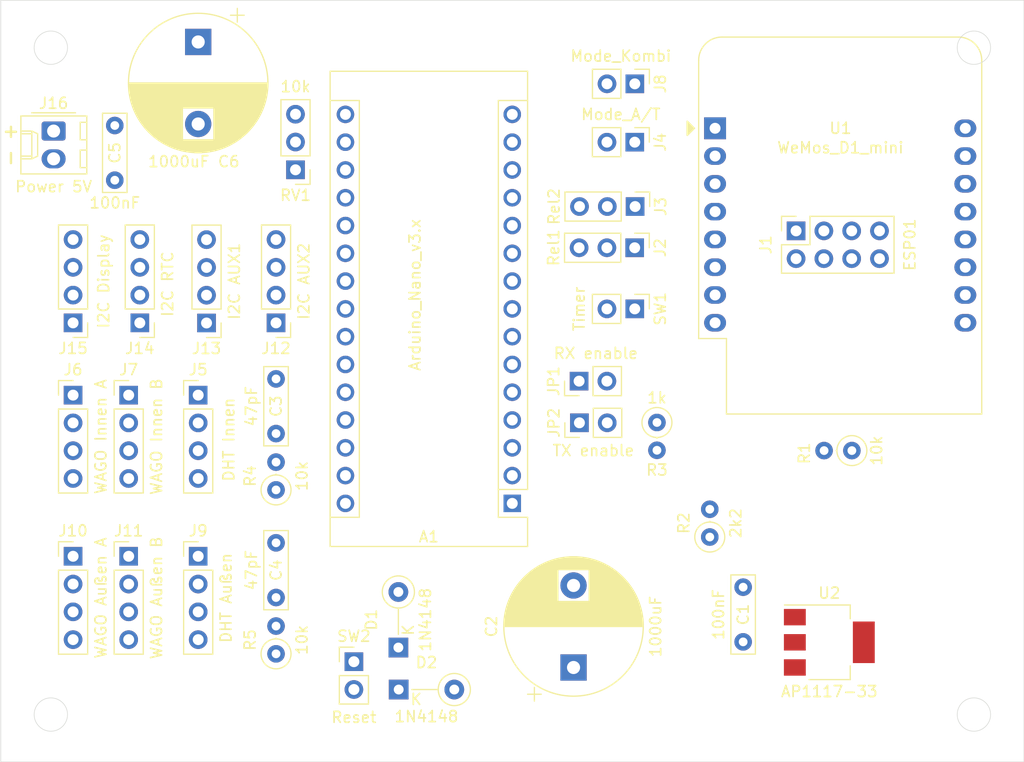
<source format=kicad_pcb>
(kicad_pcb (version 20211014) (generator pcbnew)
  (layers (0 "F.Cu" signal) (31 "B.Cu" signal) (34 "B.Paste" user) (35 "F.Paste" user) (36 "B.SilkS" user "B.Silkscreen") (37 "F.SilkS" user "F.Silkscreen") (38 "B.Mask" user) (39 "F.Mask" user) (44 "Edge.Cuts" user))
  (net 0 "")
  (net 1 "Net-(D1-Pad1)")
  (net 2 "Net-(A1-Pad1)")
  (net 3 "Net-(J1-Pad1)")
  (net 4 "Net-(A1-Pad2)")
  (net 6 "Net-(A1-Pad5)")
  (net 8 "Net-(A1-Pad7)")
  (net 9 "Net-(A1-Pad8)")
  (net 10 "Net-(A1-Pad9)")
  (net 11 "Net-(A1-Pad10)")
  (net 12 "Net-(A1-Pad11)")
  (net 20 "Net-(A1-Pad20)")
  (net 23 "Net-(A1-Pad23)")
  (net 24 "Net-(A1-Pad24)")
  (net 27 "Net-(A1-Pad27)")
  (net 28 "Net-(A1-Pad28)")
  (net 30 "Net-(C1-Pad2)")
  (net 31 "Net-(C2-Pad1)")
  (net 32 "Net-(C3-Pad2)")
  (net 33 "Net-(C4-Pad2)")
  (net 34 "Net-(D2-Pad2)")
  (net 37 "Net-(JP2-Pad2)")
  (net 49 "Net-(J8-Pad2)")
  (net 50 "Net-(J1-Pad2)")
  (net 51 "Net-(J1-Pad4)")
  (net 52 "Net-(R2-Pad2)")
  (footprint "Module:Arduino_Nano" (layer "F.Cu") (at 76.952 65.024 180)
    (fp_text reference "A1" (at 7.62 -3.048) (layer "F.SilkS"))
    (fp_text value "Arduino_Nano_v3.x" (at 8.89 19.05 90) (layer "F.SilkS"))
    (pad "1" thru_hole rect (at 0 0 180) (size 1.6 1.6) (drill 1) (layers *.Cu *.Mask) (net 2 "Net-(A1-Pad1)"))
    (pad "2" thru_hole oval (at 0 2.54 180) (size 1.6 1.6) (drill 1) (layers *.Cu *.Mask) (net 4 "Net-(A1-Pad2)"))
    (pad "3" thru_hole oval (at 0 5.08 180) (size 1.6 1.6) (drill 1) (layers *.Cu *.Mask))
    (pad "4" thru_hole oval (at 0 7.62 180) (size 1.6 1.6) (drill 1) (layers *.Cu *.Mask) (net 3 "Net-(J1-Pad1)"))
    (pad "5" thru_hole oval (at 0 10.16 180) (size 1.6 1.6) (drill 1) (layers *.Cu *.Mask) (net 6 "Net-(A1-Pad5)"))
    (pad "6" thru_hole oval (at 0 12.7 180) (size 1.6 1.6) (drill 1) (layers *.Cu *.Mask))
    (pad "7" thru_hole oval (at 0 15.24 180) (size 1.6 1.6) (drill 1) (layers *.Cu *.Mask) (net 8 "Net-(A1-Pad7)"))
    (pad "8" thru_hole oval (at 0 17.78 180) (size 1.6 1.6) (drill 1) (layers *.Cu *.Mask) (net 9 "Net-(A1-Pad8)"))
    (pad "9" thru_hole oval (at 0 20.32 180) (size 1.6 1.6) (drill 1) (layers *.Cu *.Mask) (net 10 "Net-(A1-Pad9)"))
    (pad "10" thru_hole oval (at 0 22.86 180) (size 1.6 1.6) (drill 1) (layers *.Cu *.Mask) (net 11 "Net-(A1-Pad10)"))
    (pad "11" thru_hole oval (at 0 25.4 180) (size 1.6 1.6) (drill 1) (layers *.Cu *.Mask) (net 12 "Net-(A1-Pad11)"))
    (pad "12" thru_hole oval (at 0 27.94 180) (size 1.6 1.6) (drill 1) (layers *.Cu *.Mask) (net 49 "Net-(J8-Pad2)"))
    (pad "13" thru_hole oval (at 0 30.48 180) (size 1.6 1.6) (drill 1) (layers *.Cu *.Mask))
    (pad "14" thru_hole oval (at 0 33.02 180) (size 1.6 1.6) (drill 1) (layers *.Cu *.Mask))
    (pad "15" thru_hole oval (at 0 35.56 180) (size 1.6 1.6) (drill 1) (layers *.Cu *.Mask))
    (pad "16" thru_hole oval (at 15.24 35.56 180) (size 1.6 1.6) (drill 1) (layers *.Cu *.Mask))
    (pad "17" thru_hole oval (at 15.24 33.02 180) (size 1.6 1.6) (drill 1) (layers *.Cu *.Mask))
    (pad "18" thru_hole oval (at 15.24 30.48 180) (size 1.6 1.6) (drill 1) (layers *.Cu *.Mask))
    (pad "19" thru_hole oval (at 15.24 27.94 180) (size 1.6 1.6) (drill 1) (layers *.Cu *.Mask))
    (pad "20" thru_hole oval (at 15.24 25.4 180) (size 1.6 1.6) (drill 1) (layers *.Cu *.Mask) (net 20 "Net-(A1-Pad20)"))
    (pad "21" thru_hole oval (at 15.24 22.86 180) (size 1.6 1.6) (drill 1) (layers *.Cu *.Mask))
    (pad "22" thru_hole oval (at 15.24 20.32 180) (size 1.6 1.6) (drill 1) (layers *.Cu *.Mask))
    (pad "23" thru_hole oval (at 15.24 17.78 180) (size 1.6 1.6) (drill 1) (layers *.Cu *.Mask) (net 23 "Net-(A1-Pad23)"))
    (pad "24" thru_hole oval (at 15.24 15.24 180) (size 1.6 1.6) (drill 1) (layers *.Cu *.Mask) (net 24 "Net-(A1-Pad24)"))
    (pad "25" thru_hole oval (at 15.24 12.7 180) (size 1.6 1.6) (drill 1) (layers *.Cu *.Mask))
    (pad "26" thru_hole oval (at 15.24 10.16 180) (size 1.6 1.6) (drill 1) (layers *.Cu *.Mask))
    (pad "27" thru_hole oval (at 15.24 7.62 180) (size 1.6 1.6) (drill 1) (layers *.Cu *.Mask) (net 27 "Net-(A1-Pad27)"))
    (pad "28" thru_hole oval (at 15.24 5.08 180) (size 1.6 1.6) (drill 1) (layers *.Cu *.Mask) (net 28 "Net-(A1-Pad28)"))
    (pad "29" thru_hole oval (at 15.24 2.54 180) (size 1.6 1.6) (drill 1) (layers *.Cu *.Mask) (net 3 "Net-(J1-Pad1)"))
    (pad "30" thru_hole oval (at 15.24 0 180) (size 1.6 1.6) (drill 1) (layers *.Cu *.Mask))
  )
  (footprint "Capacitor_THT:C_Rect_L7.0mm_W2.0mm_P5.00mm" (layer "F.Cu") (at 55.372 68.63 -90)
    (fp_text reference "C4" (at 2.5 0 90) (layer "F.SilkS"))
    (fp_text value "47pF" (at 2.5 2.25 90) (layer "F.SilkS"))
    (pad "1" thru_hole circle (at 0 0 270) (size 1.6 1.6) (drill 0.8) (layers *.Cu *.Mask) (net 3 "Net-(J1-Pad1)"))
    (pad "2" thru_hole circle (at 5 0 270) (size 1.6 1.6) (drill 0.8) (layers *.Cu *.Mask) (net 33 "Net-(C4-Pad2)"))
  )
  (footprint "Connector_PinHeader_2.54mm:PinHeader_1x02_P2.54mm_Vertical" (layer "F.Cu") (at 83.087 57.658 90)
    (fp_text reference "JP2" (at 0 -2.33 90) (layer "F.SilkS"))
    (fp_text value "TX enable" (at -2.54 1.275 180) (layer "F.SilkS"))
    (pad "1" thru_hole rect (at 0 0 90) (size 1.7 1.7) (drill 1) (layers *.Cu *.Mask) (net 2 "Net-(A1-Pad1)"))
    (pad "2" thru_hole oval (at 0 2.54 90) (size 1.7 1.7) (drill 1) (layers *.Cu *.Mask) (net 37 "Net-(JP2-Pad2)"))
  )
  (footprint "Connector_PinHeader_2.54mm:PinHeader_1x02_P2.54mm_Vertical" (layer "F.Cu") (at 88.143 47.244 -90)
    (fp_text reference "SW1" (at 0 -2.33 90) (layer "F.SilkS"))
    (fp_text value "Timer" (at 0 5.08 90) (layer "F.SilkS"))
    (pad "1" thru_hole rect (at 0 0 270) (size 1.7 1.7) (drill 1) (layers *.Cu *.Mask) (net 3 "Net-(J1-Pad1)"))
    (pad "2" thru_hole oval (at 0 2.54 270) (size 1.7 1.7) (drill 1) (layers *.Cu *.Mask) (net 6 "Net-(A1-Pad5)"))
  )
  (footprint "Connector_PinSocket_2.54mm:PinSocket_2x04_P2.54mm_Vertical" (layer "F.Cu") (at 102.88 40.112 90)
    (fp_text reference "J1" (at -1.27 -2.77 90) (layer "F.SilkS"))
    (fp_text value "ESP01" (at -1.27 10.39 90) (layer "F.SilkS"))
    (pad "1" thru_hole rect (at 0 0 90) (size 1.7 1.7) (drill 1) (layers *.Cu *.Mask) (net 3 "Net-(J1-Pad1)"))
    (pad "2" thru_hole oval (at -2.54 0 90) (size 1.7 1.7) (drill 1) (layers *.Cu *.Mask) (net 50 "Net-(J1-Pad2)"))
    (pad "3" thru_hole oval (at 0 2.54 90) (size 1.7 1.7) (drill 1) (layers *.Cu *.Mask))
    (pad "4" thru_hole oval (at -2.54 2.54 90) (size 1.7 1.7) (drill 1) (layers *.Cu *.Mask) (net 51 "Net-(J1-Pad4)"))
    (pad "5" thru_hole oval (at 0 5.08 90) (size 1.7 1.7) (drill 1) (layers *.Cu *.Mask))
    (pad "6" thru_hole oval (at -2.54 5.08 90) (size 1.7 1.7) (drill 1) (layers *.Cu *.Mask) (net 34 "Net-(D2-Pad2)"))
    (pad "7" thru_hole oval (at 0 7.62 90) (size 1.7 1.7) (drill 1) (layers *.Cu *.Mask) (net 52 "Net-(R2-Pad2)"))
    (pad "8" thru_hole oval (at -2.54 7.62 90) (size 1.7 1.7) (drill 1) (layers *.Cu *.Mask) (net 30 "Net-(C1-Pad2)"))
  )
  (footprint "Connector_PinHeader_2.54mm:PinHeader_1x02_P2.54mm_Vertical" (layer "F.Cu") (at 88.143 32.004 -90)
    (fp_text reference "J4" (at 0 -2.33 90) (layer "F.SilkS"))
    (fp_text value "Mode_A/T" (at -2.54 1.275) (layer "F.SilkS"))
    (pad "1" thru_hole rect (at 0 0 270) (size 1.7 1.7) (drill 1) (layers *.Cu *.Mask) (net 3 "Net-(J1-Pad1)"))
    (pad "2" thru_hole oval (at 0 2.54 270) (size 1.7 1.7) (drill 1) (layers *.Cu *.Mask) (net 12 "Net-(A1-Pad11)"))
  )
  (footprint "Resistor_THT:R_Axial_DIN0207_L6.3mm_D2.5mm_P2.54mm_Vertical" (layer "F.Cu") (at 90.17 57.629 -90)
    (fp_text reference "R3" (at 4.347 0 180) (layer "F.SilkS"))
    (fp_text value "1k" (at -2.257 0 180) (layer "F.SilkS"))
    (pad "1" thru_hole circle (at 0 0 270) (size 1.6 1.6) (drill 0.8) (layers *.Cu *.Mask) (net 37 "Net-(JP2-Pad2)"))
    (pad "2" thru_hole oval (at 2.54 0 270) (size 1.6 1.6) (drill 0.8) (layers *.Cu *.Mask) (net 52 "Net-(R2-Pad2)"))
  )
  (footprint "Resistor_THT:R_Axial_DIN0207_L6.3mm_D2.5mm_P2.54mm_Vertical" (layer "F.Cu") (at 55.372 78.779 90)
    (fp_text reference "R5" (at 1.27 -2.37 90) (layer "F.SilkS"))
    (fp_text value "10k" (at 1.27 2.37 90) (layer "F.SilkS"))
    (pad "1" thru_hole circle (at 0 0 90) (size 1.6 1.6) (drill 0.8) (layers *.Cu *.Mask) (net 27 "Net-(A1-Pad27)"))
    (pad "2" thru_hole oval (at 2.54 0 90) (size 1.6 1.6) (drill 0.8) (layers *.Cu *.Mask) (net 8 "Net-(A1-Pad7)"))
  )
  (footprint "Diode_THT:D_A-405_P5.08mm_Vertical_KathodeUp" (layer "F.Cu") (at 66.577 82.042)
    (fp_text reference "D2" (at 2.54 -2.47) (layer "F.SilkS"))
    (fp_text value "1N4148" (at 2.54 2.47) (layer "F.SilkS"))
    (fp_text user "K" (at 1.6 0.9) (layer "F.SilkS"))
    (pad "1" thru_hole rect (at 0 0) (size 1.8 1.8) (drill 0.9) (layers *.Cu *.Mask) (net 1 "Net-(D1-Pad1)"))
    (pad "2" thru_hole oval (at 5.08 0) (size 1.8 1.8) (drill 0.9) (layers *.Cu *.Mask) (net 34 "Net-(D2-Pad2)"))
  )
  (footprint "Connector_PinHeader_2.54mm:PinHeader_1x04_P2.54mm_Vertical" (layer "F.Cu") (at 42.926 48.524 180)
    (fp_text reference "J14" (at 0 -2.33) (layer "F.SilkS"))
    (fp_text value "I2C RTC" (at -2.54 3.546 90) (layer "F.SilkS"))
    (pad "1" thru_hole rect (at 0 0 180) (size 1.7 1.7) (drill 1) (layers *.Cu *.Mask) (net 3 "Net-(J1-Pad1)"))
    (pad "2" thru_hole oval (at 0 2.54 180) (size 1.7 1.7) (drill 1) (layers *.Cu *.Mask) (net 24 "Net-(A1-Pad24)"))
    (pad "3" thru_hole oval (at 0 5.08 180) (size 1.7 1.7) (drill 1) (layers *.Cu *.Mask) (net 23 "Net-(A1-Pad23)"))
    (pad "4" thru_hole oval (at 0 7.62 180) (size 1.7 1.7) (drill 1) (layers *.Cu *.Mask) (net 27 "Net-(A1-Pad27)"))
  )
  (footprint "Capacitor_THT:CP_Radial_D12.5mm_P7.50mm" (layer "F.Cu") (at 48.26 22.842041 -90)
    (fp_text reference "C6" (at 10.939959 -2.794) (layer "F.SilkS"))
    (fp_text value "1000uF" (at 10.939959 1.778) (layer "F.SilkS"))
    (pad "1" thru_hole rect (at 0 0 270) (size 2.4 2.4) (drill 1.2) (layers *.Cu *.Mask) (net 27 "Net-(A1-Pad27)"))
    (pad "2" thru_hole circle (at 7.5 0 270) (size 2.4 2.4) (drill 1.2) (layers *.Cu *.Mask) (net 3 "Net-(J1-Pad1)"))
  )
  (footprint "Capacitor_THT:C_Rect_L7.0mm_W2.0mm_P5.00mm" (layer "F.Cu") (at 40.64 30.48 -90)
    (fp_text reference "C5" (at 2.5 0 90) (layer "F.SilkS"))
    (fp_text value "100nF" (at 7.072 0 180) (layer "F.SilkS"))
    (pad "1" thru_hole circle (at 0 0 270) (size 1.6 1.6) (drill 0.8) (layers *.Cu *.Mask) (net 27 "Net-(A1-Pad27)"))
    (pad "2" thru_hole circle (at 5 0 270) (size 1.6 1.6) (drill 0.8) (layers *.Cu *.Mask) (net 3 "Net-(J1-Pad1)"))
  )
  (footprint "Connector_PinHeader_2.54mm:PinHeader_1x04_P2.54mm_Vertical" (layer "F.Cu") (at 36.83 69.86)
    (fp_text reference "J10" (at 0 -2.33) (layer "F.SilkS"))
    (fp_text value "WAGO Außen A" (at 2.54 3.81 90) (layer "F.SilkS"))
    (pad "1" thru_hole rect (at 0 0) (size 1.7 1.7) (drill 1) (layers *.Cu *.Mask) (net 3 "Net-(J1-Pad1)"))
    (pad "2" thru_hole oval (at 0 2.54) (size 1.7 1.7) (drill 1) (layers *.Cu *.Mask) (net 33 "Net-(C4-Pad2)"))
    (pad "3" thru_hole oval (at 0 5.08) (size 1.7 1.7) (drill 1) (layers *.Cu *.Mask) (net 8 "Net-(A1-Pad7)"))
    (pad "4" thru_hole oval (at 0 7.62) (size 1.7 1.7) (drill 1) (layers *.Cu *.Mask) (net 27 "Net-(A1-Pad27)"))
  )
  (footprint "Connector_PinHeader_2.54mm:PinHeader_1x04_P2.54mm_Vertical" (layer "F.Cu") (at 48.26 69.86)
    (fp_text reference "J9" (at 0 -2.33) (layer "F.SilkS"))
    (fp_text value "DHT Außen" (at 2.54 3.81 270) (layer "F.SilkS"))
    (pad "1" thru_hole rect (at 0 0) (size 1.7 1.7) (drill 1) (layers *.Cu *.Mask) (net 3 "Net-(J1-Pad1)"))
    (pad "2" thru_hole oval (at 0 2.54) (size 1.7 1.7) (drill 1) (layers *.Cu *.Mask) (net 33 "Net-(C4-Pad2)"))
    (pad "3" thru_hole oval (at 0 5.08) (size 1.7 1.7) (drill 1) (layers *.Cu *.Mask) (net 8 "Net-(A1-Pad7)"))
    (pad "4" thru_hole oval (at 0 7.62) (size 1.7 1.7) (drill 1) (layers *.Cu *.Mask) (net 27 "Net-(A1-Pad27)"))
  )
  (footprint "Capacitor_THT:C_Rect_L7.0mm_W2.0mm_P5.00mm" (layer "F.Cu") (at 98.044 72.684 -90)
    (fp_text reference "C1" (at 2.5 0 90) (layer "F.SilkS"))
    (fp_text value "100nF" (at 2.5 2.25 90) (layer "F.SilkS"))
    (pad "1" thru_hole circle (at 0 0 270) (size 1.6 1.6) (drill 0.8) (layers *.Cu *.Mask) (net 3 "Net-(J1-Pad1)"))
    (pad "2" thru_hole circle (at 5 0 270) (size 1.6 1.6) (drill 0.8) (layers *.Cu *.Mask) (net 30 "Net-(C1-Pad2)"))
  )
  (footprint "Connector_PinHeader_2.54mm:PinHeader_1x02_P2.54mm_Vertical" (layer "F.Cu") (at 83.058 53.848 90)
    (fp_text reference "JP1" (at 0 -2.33 90) (layer "F.SilkS"))
    (fp_text value "RX enable" (at 2.54 1.529 180) (layer "F.SilkS"))
    (pad "1" thru_hole rect (at 0 0 90) (size 1.7 1.7) (drill 1) (layers *.Cu *.Mask) (net 4 "Net-(A1-Pad2)"))
    (pad "2" thru_hole oval (at 0 2.54 90) (size 1.7 1.7) (drill 1) (layers *.Cu *.Mask) (net 50 "Net-(J1-Pad2)"))
  )
  (footprint "Connector_PinHeader_2.54mm:PinHeader_1x02_P2.54mm_Vertical" (layer "F.Cu") (at 62.484 79.497)
    (fp_text reference "SW2" (at 0 -2.33) (layer "F.SilkS"))
    (fp_text value "Reset" (at 0 5.085) (layer "F.SilkS"))
    (pad "1" thru_hole rect (at 0 0) (size 1.7 1.7) (drill 1) (layers *.Cu *.Mask) (net 3 "Net-(J1-Pad1)"))
    (pad "2" thru_hole oval (at 0 2.54) (size 1.7 1.7) (drill 1) (layers *.Cu *.Mask) (net 1 "Net-(D1-Pad1)"))
  )
  (footprint "Package_TO_SOT_SMD:SOT-223-3_TabPin2" (layer "F.Cu") (at 105.918 77.724)
    (fp_text reference "U2" (at 0 -4.5) (layer "F.SilkS"))
    (fp_text value "AP1117-33" (at 0 4.5) (layer "F.SilkS"))
    (pad "1" smd rect (at -3.15 -2.3) (size 2 1.5) (layers "F.Cu" "F.Paste" "F.Mask") (net 3 "Net-(J1-Pad1)"))
    (pad "2" smd rect (at 3.15 0) (size 2 3.8) (layers "F.Cu" "F.Paste" "F.Mask") (net 30 "Net-(C1-Pad2)"))
    (pad "2" smd rect (at -3.15 0) (size 2 1.5) (layers "F.Cu" "F.Paste" "F.Mask") (net 30 "Net-(C1-Pad2)"))
    (pad "3" smd rect (at -3.15 2.3) (size 2 1.5) (layers "F.Cu" "F.Paste" "F.Mask") (net 31 "Net-(C2-Pad1)"))
  )
  (footprint "Connector_PinHeader_2.54mm:PinHeader_1x04_P2.54mm_Vertical" (layer "F.Cu") (at 36.83 55.128)
    (fp_text reference "J6" (at 0 -2.33) (layer "F.SilkS"))
    (fp_text value "WAGO Innen A" (at 2.54 3.8 90) (layer "F.SilkS"))
    (pad "1" thru_hole rect (at 0 0) (size 1.7 1.7) (drill 1) (layers *.Cu *.Mask) (net 3 "Net-(J1-Pad1)"))
    (pad "2" thru_hole oval (at 0 2.54) (size 1.7 1.7) (drill 1) (layers *.Cu *.Mask) (net 32 "Net-(C3-Pad2)"))
    (pad "3" thru_hole oval (at 0 5.08) (size 1.7 1.7) (drill 1) (layers *.Cu *.Mask) (net 9 "Net-(A1-Pad8)"))
    (pad "4" thru_hole oval (at 0 7.62) (size 1.7 1.7) (drill 1) (layers *.Cu *.Mask) (net 27 "Net-(A1-Pad27)"))
  )
  (footprint "Connector_PinHeader_2.54mm:PinHeader_1x02_P2.54mm_Vertical" (layer "F.Cu") (at 88.148 26.67 -90)
    (fp_text reference "J8" (at 0 -2.33 90) (layer "F.SilkS"))
    (fp_text value "Mode_Kombi" (at -2.54 1.275) (layer "F.SilkS"))
    (pad "1" thru_hole rect (at 0 0 270) (size 1.7 1.7) (drill 1) (layers *.Cu *.Mask) (net 3 "Net-(J1-Pad1)"))
    (pad "2" thru_hole oval (at 0 2.54 270) (size 1.7 1.7) (drill 1) (layers *.Cu *.Mask) (net 49 "Net-(J8-Pad2)"))
  )
  (footprint "Diode_THT:D_A-405_P5.08mm_Vertical_KathodeUp" (layer "F.Cu") (at 66.548 78.203 90)
    (fp_text reference "D1" (at 2.54 -2.47 90) (layer "F.SilkS"))
    (fp_text value "1N4148" (at 2.54 2.47 90) (layer "F.SilkS"))
    (fp_text user "K" (at 1.6 0.9 90) (layer "F.SilkS"))
    (pad "1" thru_hole rect (at 0 0 90) (size 1.8 1.8) (drill 0.9) (layers *.Cu *.Mask) (net 1 "Net-(D1-Pad1)"))
    (pad "2" thru_hole oval (at 5.08 0 90) (size 1.8 1.8) (drill 0.9) (layers *.Cu *.Mask) (net 28 "Net-(A1-Pad28)"))
  )
  (footprint "Capacitor_THT:C_Rect_L7.0mm_W2.0mm_P5.00mm" (layer "F.Cu") (at 55.372 53.644 -90)
    (fp_text reference "C3" (at 2.5 0 90) (layer "F.SilkS"))
    (fp_text value "47pF" (at 2.5 2.25 90) (layer "F.SilkS"))
    (pad "1" thru_hole circle (at 0 0 270) (size 1.6 1.6) (drill 0.8) (layers *.Cu *.Mask) (net 3 "Net-(J1-Pad1)"))
    (pad "2" thru_hole circle (at 5 0 270) (size 1.6 1.6) (drill 0.8) (layers *.Cu *.Mask) (net 32 "Net-(C3-Pad2)"))
  )
  (footprint "Connector_Molex:Molex_KK-254_AE-6410-02A_1x02_P2.54mm_Vertical" (layer "F.Cu") (at 35.052 30.988 -90)
    (fp_text reference "J16" (at -2.54 0) (layer "F.SilkS"))
    (fp_text value "Power 5V" (at 5.08 0 180) (layer "F.SilkS"))
    (pad "1" thru_hole roundrect (at 0 0 270) (size 1.74 2.19) (drill 1.19) (layers *.Cu *.Mask) (roundrect_rratio 0.143678) (net 27 "Net-(A1-Pad27)"))
    (pad "2" thru_hole oval (at 2.54 0 270) (size 1.74 2.19) (drill 1.19) (layers *.Cu *.Mask) (net 3 "Net-(J1-Pad1)"))
  )
  (footprint "Connector_PinHeader_2.54mm:PinHeader_1x03_P2.54mm_Vertical" (layer "F.Cu") (at 88.176 37.888 -90)
    (fp_text reference "J3" (at 0 -2.33 90) (layer "F.SilkS"))
    (fp_text value "Rel2" (at 0 7.41 90) (layer "F.SilkS"))
    (pad "1" thru_hole rect (at 0 0 270) (size 1.7 1.7) (drill 1) (layers *.Cu *.Mask) (net 3 "Net-(J1-Pad1)"))
    (pad "2" thru_hole oval (at 0 2.54 270) (size 1.7 1.7) (drill 1) (layers *.Cu *.Mask) (net 11 "Net-(A1-Pad10)"))
    (pad "3" thru_hole oval (at 0 5.08 270) (size 1.7 1.7) (drill 1) (layers *.Cu *.Mask) (net 31 "Net-(C2-Pad1)"))
  )
  (footprint "Connector_PinHeader_2.54mm:PinHeader_1x04_P2.54mm_Vertical" (layer "F.Cu") (at 41.91 55.128)
    (fp_text reference "J7" (at 0 -2.33) (layer "F.SilkS"))
    (fp_text value "WAGO Innen B" (at 2.54 3.8 90) (layer "F.SilkS"))
    (pad "1" thru_hole rect (at 0 0) (size 1.7 1.7) (drill 1) (layers *.Cu *.Mask) (net 3 "Net-(J1-Pad1)"))
    (pad "2" thru_hole oval (at 0 2.54) (size 1.7 1.7) (drill 1) (layers *.Cu *.Mask) (net 32 "Net-(C3-Pad2)"))
    (pad "3" thru_hole oval (at 0 5.08) (size 1.7 1.7) (drill 1) (layers *.Cu *.Mask) (net 9 "Net-(A1-Pad8)"))
    (pad "4" thru_hole oval (at 0 7.62) (size 1.7 1.7) (drill 1) (layers *.Cu *.Mask) (net 27 "Net-(A1-Pad27)"))
  )
  (footprint "Resistor_THT:R_Axial_DIN0207_L6.3mm_D2.5mm_P2.54mm_Vertical" (layer "F.Cu") (at 94.996 68.101 90)
    (fp_text reference "R2" (at 1.27 -2.37 90) (layer "F.SilkS"))
    (fp_text value "2k2" (at 1.27 2.37 90) (layer "F.SilkS"))
    (pad "1" thru_hole circle (at 0 0 90) (size 1.6 1.6) (drill 0.8) (layers *.Cu *.Mask) (net 3 "Net-(J1-Pad1)"))
    (pad "2" thru_hole oval (at 2.54 0 90) (size 1.6 1.6) (drill 0.8) (layers *.Cu *.Mask) (net 52 "Net-(R2-Pad2)"))
  )
  (footprint "Module:WEMOS_D1_mini_light" (layer "F.Cu") (at 95.481 30.734)
    (fp_text reference "U1" (at 11.453 0) (layer "F.SilkS"))
    (fp_text value "WeMos_D1_mini" (at 11.453 1.778) (layer "F.SilkS"))
    (pad "1" thru_hole rect (at 0 0) (size 2 2) (drill 1) (layers *.Cu *.Mask) (net 34 "Net-(D2-Pad2)"))
    (pad "2" thru_hole oval (at 0 2.54) (size 2 1.6) (drill 1) (layers *.Cu *.Mask))
    (pad "3" thru_hole oval (at 0 5.08) (size 2 1.6) (drill 1) (layers *.Cu *.Mask))
    (pad "4" thru_hole oval (at 0 7.62) (size 2 1.6) (drill 1) (layers *.Cu *.Mask))
    (pad "5" thru_hole oval (at 0 10.16) (size 2 1.6) (drill 1) (layers *.Cu *.Mask))
    (pad "6" thru_hole oval (at 0 12.7) (size 2 1.6) (drill 1) (layers *.Cu *.Mask))
    (pad "7" thru_hole oval (at 0 15.24) (size 2 1.6) (drill 1) (layers *.Cu *.Mask))
    (pad "8" thru_hole oval (at 0 17.78) (size 2 1.6) (drill 1) (layers *.Cu *.Mask))
    (pad "9" thru_hole oval (at 22.86 17.78) (size 2 1.6) (drill 1) (layers *.Cu *.Mask) (net 27 "Net-(A1-Pad27)"))
    (pad "10" thru_hole oval (at 22.86 15.24) (size 2 1.6) (drill 1) (layers *.Cu *.Mask) (net 3 "Net-(J1-Pad1)"))
    (pad "11" thru_hole oval (at 22.86 12.7) (size 2 1.6) (drill 1) (layers *.Cu *.Mask))
    (pad "12" thru_hole oval (at 22.86 10.16) (size 2 1.6) (drill 1) (layers *.Cu *.Mask))
    (pad "13" thru_hole oval (at 22.86 7.62) (size 2 1.6) (drill 1) (layers *.Cu *.Mask))
    (pad "14" thru_hole oval (at 22.86 5.08) (size 2 1.6) (drill 1) (layers *.Cu *.Mask))
    (pad "15" thru_hole oval (at 22.86 2.54) (size 2 1.6) (drill 1) (layers *.Cu *.Mask) (net 52 "Net-(R2-Pad2)"))
    (pad "16" thru_hole oval (at 22.86 0) (size 2 1.6) (drill 1) (layers *.Cu *.Mask) (net 50 "Net-(J1-Pad2)"))
  )
  (footprint "Connector_PinHeader_2.54mm:PinHeader_1x04_P2.54mm_Vertical" (layer "F.Cu") (at 48.26 55.128)
    (fp_text reference "J5" (at 0 -2.33) (layer "F.SilkS"))
    (fp_text value "DHT Innen" (at 2.794 4.064 90) (layer "F.SilkS"))
    (pad "1" thru_hole rect (at 0 0) (size 1.7 1.7) (drill 1) (layers *.Cu *.Mask) (net 3 "Net-(J1-Pad1)"))
    (pad "2" thru_hole oval (at 0 2.54) (size 1.7 1.7) (drill 1) (layers *.Cu *.Mask) (net 32 "Net-(C3-Pad2)"))
    (pad "3" thru_hole oval (at 0 5.08) (size 1.7 1.7) (drill 1) (layers *.Cu *.Mask) (net 9 "Net-(A1-Pad8)"))
    (pad "4" thru_hole oval (at 0 7.62) (size 1.7 1.7) (drill 1) (layers *.Cu *.Mask) (net 27 "Net-(A1-Pad27)"))
  )
  (footprint "Resistor_THT:R_Axial_DIN0207_L6.3mm_D2.5mm_P2.54mm_Vertical" (layer "F.Cu") (at 107.979 60.198 180)
    (fp_text reference "R1" (at 4.347 -0.254 90) (layer "F.SilkS"))
    (fp_text value "10k" (at -2.257 0 90) (layer "F.SilkS"))
    (pad "1" thru_hole circle (at 0 0 180) (size 1.6 1.6) (drill 0.8) (layers *.Cu *.Mask) (net 30 "Net-(C1-Pad2)"))
    (pad "2" thru_hole oval (at 2.54 0 180) (size 1.6 1.6) (drill 0.8) (layers *.Cu *.Mask) (net 51 "Net-(J1-Pad4)"))
  )
  (footprint "Connector_PinHeader_2.54mm:PinHeader_1x04_P2.54mm_Vertical" (layer "F.Cu") (at 55.372 48.524 180)
    (fp_text reference "J12" (at 0 -2.33) (layer "F.SilkS"))
    (fp_text value "I2C AUX2" (at -2.54 3.8 90) (layer "F.SilkS"))
    (pad "1" thru_hole rect (at 0 0 180) (size 1.7 1.7) (drill 1) (layers *.Cu *.Mask) (net 3 "Net-(J1-Pad1)"))
    (pad "2" thru_hole oval (at 0 2.54 180) (size 1.7 1.7) (drill 1) (layers *.Cu *.Mask) (net 24 "Net-(A1-Pad24)"))
    (pad "3" thru_hole oval (at 0 5.08 180) (size 1.7 1.7) (drill 1) (layers *.Cu *.Mask) (net 23 "Net-(A1-Pad23)"))
    (pad "4" thru_hole oval (at 0 7.62 180) (size 1.7 1.7) (drill 1) (layers *.Cu *.Mask) (net 27 "Net-(A1-Pad27)"))
  )
  (footprint "Connector_PinHeader_2.54mm:PinHeader_1x03_P2.54mm_Vertical" (layer "F.Cu") (at 88.138 41.656 -90)
    (fp_text reference "J2" (at 0 -2.33 90) (layer "F.SilkS"))
    (fp_text value "Rel1" (at 0 7.41 90) (layer "F.SilkS"))
    (pad "1" thru_hole rect (at 0 0 270) (size 1.7 1.7) (drill 1) (layers *.Cu *.Mask) (net 3 "Net-(J1-Pad1)"))
    (pad "2" thru_hole oval (at 0 2.54 270) (size 1.7 1.7) (drill 1) (layers *.Cu *.Mask) (net 10 "Net-(A1-Pad9)"))
    (pad "3" thru_hole oval (at 0 5.08 270) (size 1.7 1.7) (drill 1) (layers *.Cu *.Mask) (net 31 "Net-(C2-Pad1)"))
  )
  (footprint "Connector_PinHeader_2.54mm:PinHeader_1x04_P2.54mm_Vertical" (layer "F.Cu") (at 49.022 48.534 180)
    (fp_text reference "J13" (at 0 -2.33) (layer "F.SilkS"))
    (fp_text value "I2C AUX1" (at -2.54 3.81 90) (layer "F.SilkS"))
    (pad "1" thru_hole rect (at 0 0 180) (size 1.7 1.7) (drill 1) (layers *.Cu *.Mask) (net 3 "Net-(J1-Pad1)"))
    (pad "2" thru_hole oval (at 0 2.54 180) (size 1.7 1.7) (drill 1) (layers *.Cu *.Mask) (net 24 "Net-(A1-Pad24)"))
    (pad "3" thru_hole oval (at 0 5.08 180) (size 1.7 1.7) (drill 1) (layers *.Cu *.Mask) (net 23 "Net-(A1-Pad23)"))
    (pad "4" thru_hole oval (at 0 7.62 180) (size 1.7 1.7) (drill 1) (layers *.Cu *.Mask) (net 27 "Net-(A1-Pad27)"))
  )
  (footprint "Connector_PinHeader_2.54mm:PinHeader_1x03_P2.54mm_Vertical" (layer "F.Cu") (at 57.15 34.529 180)
    (fp_text reference "RV1" (at 0 -2.33) (layer "F.SilkS"))
    (fp_text value "10k" (at 0 7.605) (layer "F.SilkS"))
    (pad "1" thru_hole rect (at 0 0 180) (size 1.7 1.7) (drill 1) (layers *.Cu *.Mask) (net 27 "Net-(A1-Pad27)"))
    (pad "2" thru_hole oval (at 0 2.54 180) (size 1.7 1.7) (drill 1) (layers *.Cu *.Mask) (net 20 "Net-(A1-Pad20)"))
    (pad "3" thru_hole oval (at 0 5.08 180) (size 1.7 1.7) (drill 1) (layers *.Cu *.Mask) (net 3 "Net-(J1-Pad1)"))
  )
  (footprint "Connector_PinHeader_2.54mm:PinHeader_1x04_P2.54mm_Vertical" (layer "F.Cu") (at 36.83 48.524 180)
    (fp_text reference "J15" (at 0 -2.33) (layer "F.SilkS"))
    (fp_text value "I2C Display" (at -2.794 3.8 90) (layer "F.SilkS"))
    (pad "1" thru_hole rect (at 0 0 180) (size 1.7 1.7) (drill 1) (layers *.Cu *.Mask) (net 3 "Net-(J1-Pad1)"))
    (pad "2" thru_hole oval (at 0 2.54 180) (size 1.7 1.7) (drill 1) (layers *.Cu *.Mask) (net 24 "Net-(A1-Pad24)"))
    (pad "3" thru_hole oval (at 0 5.08 180) (size 1.7 1.7) (drill 1) (layers *.Cu *.Mask) (net 23 "Net-(A1-Pad23)"))
    (pad "4" thru_hole oval (at 0 7.62 180) (size 1.7 1.7) (drill 1) (layers *.Cu *.Mask) (net 27 "Net-(A1-Pad27)"))
  )
  (footprint "Capacitor_THT:CP_Radial_D12.5mm_P7.50mm" (layer "F.Cu") (at 82.55 80.027959 90)
    (fp_text reference "C2" (at 3.75 -7.5 90) (layer "F.SilkS"))
    (fp_text value "1000uF" (at 3.75 7.5 90) (layer "F.SilkS"))
    (pad "1" thru_hole rect (at 0 0 90) (size 2.4 2.4) (drill 1.2) (layers *.Cu *.Mask) (net 31 "Net-(C2-Pad1)"))
    (pad "2" thru_hole circle (at 7.5 0 90) (size 2.4 2.4) (drill 1.2) (layers *.Cu *.Mask) (net 3 "Net-(J1-Pad1)"))
  )
  (footprint "Connector_PinHeader_2.54mm:PinHeader_1x04_P2.54mm_Vertical" (layer "F.Cu") (at 41.91 69.86)
    (fp_text reference "J11" (at 0 -2.33) (layer "F.SilkS"))
    (fp_text value "WAGO Außen B" (at 2.54 3.81 90) (layer "F.SilkS"))
    (pad "1" thru_hole rect (at 0 0) (size 1.7 1.7) (drill 1) (layers *.Cu *.Mask) (net 3 "Net-(J1-Pad1)"))
    (pad "2" thru_hole oval (at 0 2.54) (size 1.7 1.7) (drill 1) (layers *.Cu *.Mask) (net 33 "Net-(C4-Pad2)"))
    (pad "3" thru_hole oval (at 0 5.08) (size 1.7 1.7) (drill 1) (layers *.Cu *.Mask) (net 8 "Net-(A1-Pad7)"))
    (pad "4" thru_hole oval (at 0 7.62) (size 1.7 1.7) (drill 1) (layers *.Cu *.Mask) (net 27 "Net-(A1-Pad27)"))
  )
  (footprint "Resistor_THT:R_Axial_DIN0207_L6.3mm_D2.5mm_P2.54mm_Vertical" (layer "F.Cu") (at 55.372 63.793 90)
    (fp_text reference "R4" (at 1.27 -2.37 90) (layer "F.SilkS"))
    (fp_text value "10k" (at 1.27 2.37 90) (layer "F.SilkS"))
    (pad "1" thru_hole circle (at 0 0 90) (size 1.6 1.6) (drill 0.8) (layers *.Cu *.Mask) (net 27 "Net-(A1-Pad27)"))
    (pad "2" thru_hole oval (at 2.54 0 90) (size 1.6 1.6) (drill 0.8) (layers *.Cu *.Mask) (net 9 "Net-(A1-Pad8)"))
  )
  (gr_circle (center 119.126 23.368) (end 119.126 24.892) (layer "Edge.Cuts") (width 0.05) (fill none))
  (gr_circle (center 34.798 84.328) (end 34.798 85.852) (layer "Edge.Cuts") (width 0.05) (fill none))
  (gr_rect (start 30.226 19.032041) (end 123.698 88.646) (layer "Edge.Cuts") (width 0.05) (fill none))
  (gr_circle (center 34.798 23.368) (end 34.798 24.892) (layer "Edge.Cuts") (width 0.05) (fill none))
  (gr_circle (center 119.126 84.328) (end 119.126 85.852) (layer "Edge.Cuts") (width 0.05) (fill none))
  (gr_text "+ -" (at 31.242 32.258 270) (layer "F.SilkS") (effects (font (size 1.2 1.2) (thickness 0.22))))
)
</source>
